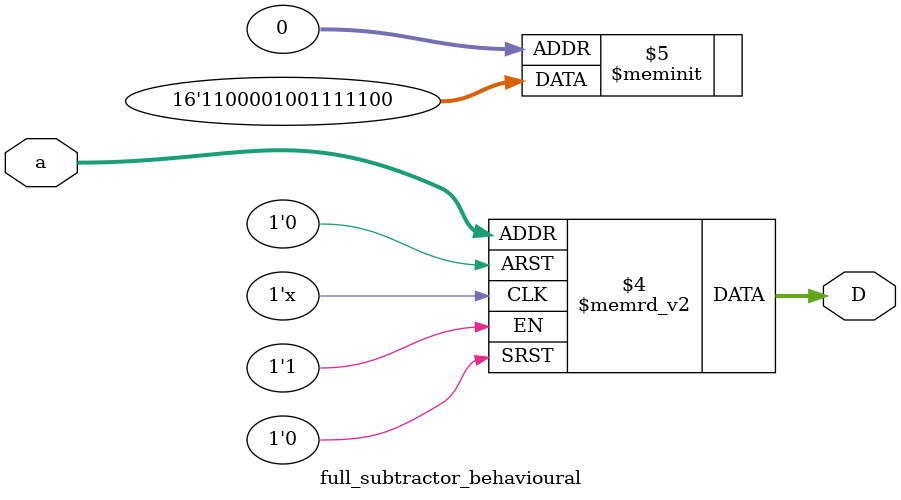
<source format=sv>
module full_subtractor_behavioural
(input [2:0]a,
	output reg [1:0]D);
always @(a)
begin
	case (a )
	3'b000 : D <= 2'b00;
	3'b001 : D <= 2'b11;
	3'b010 : D <= 2'b11;
	3'b011 : D <= 2'b01;
	3'b100 : D <= 2'b10;
	3'b101 : D <= 2'b00;
	3'b110 : D <= 2'b00;
	3'b111 : D <= 2'b11;
endcase
end
endmodule

</source>
